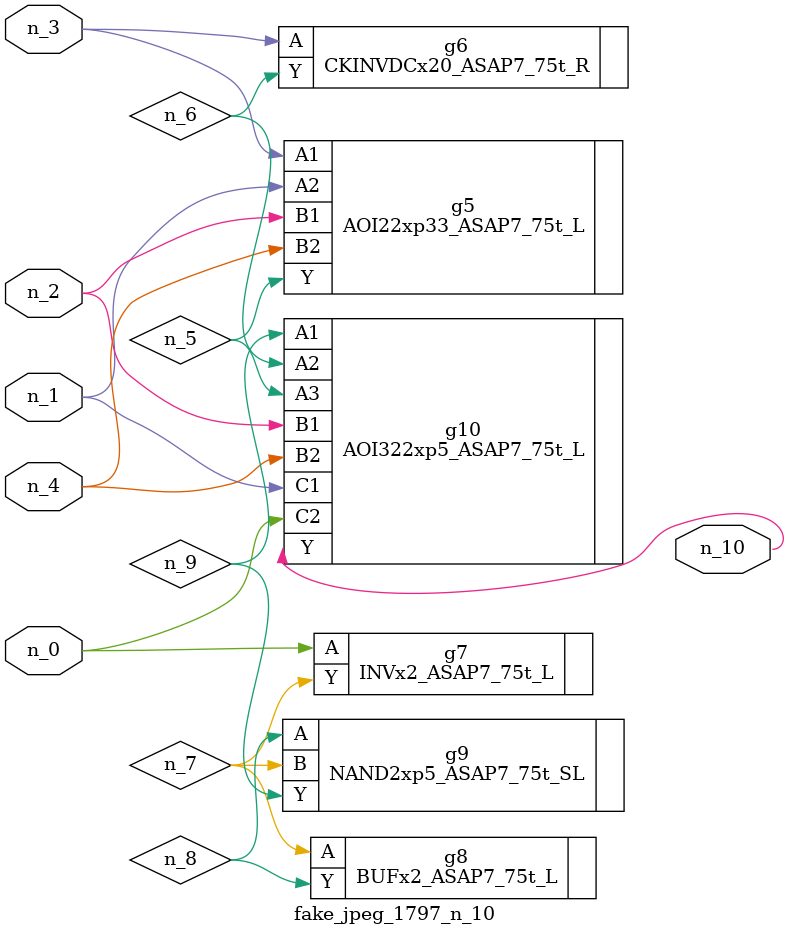
<source format=v>
module fake_jpeg_1797_n_10 (n_3, n_2, n_1, n_0, n_4, n_10);

input n_3;
input n_2;
input n_1;
input n_0;
input n_4;

output n_10;

wire n_8;
wire n_9;
wire n_6;
wire n_5;
wire n_7;

AOI22xp33_ASAP7_75t_L g5 ( 
.A1(n_3),
.A2(n_1),
.B1(n_2),
.B2(n_4),
.Y(n_5)
);

CKINVDCx20_ASAP7_75t_R g6 ( 
.A(n_3),
.Y(n_6)
);

INVx2_ASAP7_75t_L g7 ( 
.A(n_0),
.Y(n_7)
);

BUFx2_ASAP7_75t_L g8 ( 
.A(n_7),
.Y(n_8)
);

NAND2xp5_ASAP7_75t_SL g9 ( 
.A(n_8),
.B(n_7),
.Y(n_9)
);

AOI322xp5_ASAP7_75t_L g10 ( 
.A1(n_9),
.A2(n_6),
.A3(n_5),
.B1(n_2),
.B2(n_4),
.C1(n_1),
.C2(n_0),
.Y(n_10)
);


endmodule
</source>
